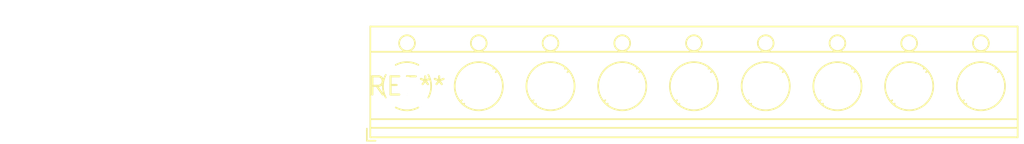
<source format=kicad_pcb>
(kicad_pcb (version 20240108) (generator pcbnew)
  (layers (0 "F.Cu" signal) (31 "B.Cu" signal) (34 "B.Paste" user) (35 "F.Paste" user) (36 "B.SilkS" user "B.Silkscreen") (37 "F.SilkS" user "F.Silkscreen") (38 "B.Mask" user) (39 "F.Mask" user) (44 "Edge.Cuts" user))
  (net 0 "")
  (footprint "TerminalBlock_RND_205-00019_1x09_P5.00mm_Horizontal" (layer "F.Cu") (at 0 0)
    (property "Reference" "REF**")
    (property "Value" "TerminalBlock_RND_205-00019_1x09_P5.00mm_Horizontal")
    (fp_line (start -2.8 2.96) (end -2.8 3.8) (layer "F.SilkS") (stroke (width 0.12)))
    (fp_line (start -2.8 3.8) (end -2.2 3.8) (layer "F.SilkS") (stroke (width 0.12)))
    (fp_line (start -2.56 -4.16) (end -2.56 3.561) (layer "F.SilkS") (stroke (width 0.12)))
    (fp_line (start -2.56 -4.16) (end 42.56 -4.16) (layer "F.SilkS") (stroke (width 0.12)))
    (fp_line (start -2.56 -2.4) (end 42.56 -2.4) (layer "F.SilkS") (stroke (width 0.12)))
    (fp_line (start -2.56 2.3) (end 42.56 2.3) (layer "F.SilkS") (stroke (width 0.12)))
    (fp_line (start -2.56 2.9) (end 42.56 2.9) (layer "F.SilkS") (stroke (width 0.12)))
    (fp_line (start -2.56 3.561) (end 42.56 3.561) (layer "F.SilkS") (stroke (width 0.12)))
    (fp_line (start 3.82 0.976) (end 3.726 1.069) (layer "F.SilkS") (stroke (width 0.12)))
    (fp_line (start 3.99 1.216) (end 3.931 1.274) (layer "F.SilkS") (stroke (width 0.12)))
    (fp_line (start 6.07 -1.275) (end 6.011 -1.216) (layer "F.SilkS") (stroke (width 0.12)))
    (fp_line (start 6.275 -1.069) (end 6.181 -0.976) (layer "F.SilkS") (stroke (width 0.12)))
    (fp_line (start 8.82 0.976) (end 8.726 1.069) (layer "F.SilkS") (stroke (width 0.12)))
    (fp_line (start 8.99 1.216) (end 8.931 1.274) (layer "F.SilkS") (stroke (width 0.12)))
    (fp_line (start 11.07 -1.275) (end 11.011 -1.216) (layer "F.SilkS") (stroke (width 0.12)))
    (fp_line (start 11.275 -1.069) (end 11.181 -0.976) (layer "F.SilkS") (stroke (width 0.12)))
    (fp_line (start 13.82 0.976) (end 13.726 1.069) (layer "F.SilkS") (stroke (width 0.12)))
    (fp_line (start 13.99 1.216) (end 13.931 1.274) (layer "F.SilkS") (stroke (width 0.12)))
    (fp_line (start 16.07 -1.275) (end 16.011 -1.216) (layer "F.SilkS") (stroke (width 0.12)))
    (fp_line (start 16.275 -1.069) (end 16.181 -0.976) (layer "F.SilkS") (stroke (width 0.12)))
    (fp_line (start 18.82 0.976) (end 18.726 1.069) (layer "F.SilkS") (stroke (width 0.12)))
    (fp_line (start 18.99 1.216) (end 18.931 1.274) (layer "F.SilkS") (stroke (width 0.12)))
    (fp_line (start 21.07 -1.275) (end 21.011 -1.216) (layer "F.SilkS") (stroke (width 0.12)))
    (fp_line (start 21.275 -1.069) (end 21.181 -0.976) (layer "F.SilkS") (stroke (width 0.12)))
    (fp_line (start 23.82 0.976) (end 23.726 1.069) (layer "F.SilkS") (stroke (width 0.12)))
    (fp_line (start 23.99 1.216) (end 23.931 1.274) (layer "F.SilkS") (stroke (width 0.12)))
    (fp_line (start 26.07 -1.275) (end 26.011 -1.216) (layer "F.SilkS") (stroke (width 0.12)))
    (fp_line (start 26.275 -1.069) (end 26.181 -0.976) (layer "F.SilkS") (stroke (width 0.12)))
    (fp_line (start 28.82 0.976) (end 28.726 1.069) (layer "F.SilkS") (stroke (width 0.12)))
    (fp_line (start 28.99 1.216) (end 28.931 1.274) (layer "F.SilkS") (stroke (width 0.12)))
    (fp_line (start 31.07 -1.275) (end 31.011 -1.216) (layer "F.SilkS") (stroke (width 0.12)))
    (fp_line (start 31.275 -1.069) (end 31.181 -0.976) (layer "F.SilkS") (stroke (width 0.12)))
    (fp_line (start 33.82 0.976) (end 33.726 1.069) (layer "F.SilkS") (stroke (width 0.12)))
    (fp_line (start 33.99 1.216) (end 33.931 1.274) (layer "F.SilkS") (stroke (width 0.12)))
    (fp_line (start 36.07 -1.275) (end 36.011 -1.216) (layer "F.SilkS") (stroke (width 0.12)))
    (fp_line (start 36.275 -1.069) (end 36.181 -0.976) (layer "F.SilkS") (stroke (width 0.12)))
    (fp_line (start 38.82 0.976) (end 38.726 1.069) (layer "F.SilkS") (stroke (width 0.12)))
    (fp_line (start 38.99 1.216) (end 38.931 1.274) (layer "F.SilkS") (stroke (width 0.12)))
    (fp_line (start 41.07 -1.275) (end 41.011 -1.216) (layer "F.SilkS") (stroke (width 0.12)))
    (fp_line (start 41.275 -1.069) (end 41.181 -0.976) (layer "F.SilkS") (stroke (width 0.12)))
    (fp_line (start 42.56 -4.16) (end 42.56 3.561) (layer "F.SilkS") (stroke (width 0.12)))
    (fp_arc (start -1.483953 0.789089) (mid -1.680708 5e-05) (end -1.484 -0.789) (layer "F.SilkS") (stroke (width 0.12)))
    (fp_arc (start -0.789089 -1.483953) (mid -5e-05 -1.680708) (end 0.789 -1.484) (layer "F.SilkS") (stroke (width 0.12)))
    (fp_arc (start 0.029383 1.68045) (mid -0.392304 1.634281) (end -0.789 1.484) (layer "F.SilkS") (stroke (width 0.12)))
    (fp_arc (start 0.788712 1.483352) (mid 0.406429 1.630097) (end 0 1.68) (layer "F.SilkS") (stroke (width 0.12)))
    (fp_arc (start 1.483953 -0.789089) (mid 1.680708 -5e-05) (end 1.484 0.789) (layer "F.SilkS") (stroke (width 0.12)))
    (fp_circle (center 0 -3) (end 0.55 -3) (layer "F.SilkS") (stroke (width 0.12)) (fill none))
    (fp_circle (center 5 -3) (end 5.55 -3) (layer "F.SilkS") (stroke (width 0.12)) (fill none))
    (fp_circle (center 5 0) (end 6.68 0) (layer "F.SilkS") (stroke (width 0.12)) (fill none))
    (fp_circle (center 10 -3) (end 10.55 -3) (layer "F.SilkS") (stroke (width 0.12)) (fill none))
    (fp_circle (center 10 0) (end 11.68 0) (layer "F.SilkS") (stroke (width 0.12)) (fill none))
    (fp_circle (center 15 -3) (end 15.55 -3) (layer "F.SilkS") (stroke (width 0.12)) (fill none))
    (fp_circle (center 15 0) (end 16.68 0) (layer "F.SilkS") (stroke (width 0.12)) (fill none))
    (fp_circle (center 20 -3) (end 20.55 -3) (layer "F.SilkS") (stroke (width 0.12)) (fill none))
    (fp_circle (center 20 0) (end 21.68 0) (layer "F.SilkS") (stroke (width 0.12)) (fill none))
    (fp_circle (center 25 -3) (end 25.55 -3) (layer "F.SilkS") (stroke (width 0.12)) (fill none))
    (fp_circle (center 25 0) (end 26.68 0) (layer "F.SilkS") (stroke (width 0.12)) (fill none))
    (fp_circle (center 30 -3) (end 30.55 -3) (layer "F.SilkS") (stroke (width 0.12)) (fill none))
    (fp_circle (center 30 0) (end 31.68 0) (layer "F.SilkS") (stroke (width 0.12)) (fill none))
    (fp_circle (center 35 -3) (end 35.55 -3) (layer "F.SilkS") (stroke (width 0.12)) (fill none))
    (fp_circle (center 35 0) (end 36.68 0) (layer "F.SilkS") (stroke (width 0.12)) (fill none))
    (fp_circle (center 40 -3) (end 40.55 -3) (layer "F.SilkS") (stroke (width 0.12)) (fill none))
    (fp_circle (center 40 0) (end 41.68 0) (layer "F.SilkS") (stroke (width 0.12)) (fill none))
    (pad "1" thru_hole rect (at 0 0) (size 2.5 2.5) (drill 1.3) (layers *.Cu *.Mask) (remove_unused_layers))
    (pad "2" thru_hole circle (at 5 0) (size 2.5 2.5) (drill 1.3) (layers *.Cu *.Mask) (remove_unused_layers))
    (pad "3" thru_hole circle (at 10 0) (size 2.5 2.5) (drill 1.3) (layers *.Cu *.Mask) (remove_unused_layers))
    (pad "4" thru_hole circle (at 15 0) (size 2.5 2.5) (drill 1.3) (layers *.Cu *.Mask) (remove_unused_layers))
    (pad "5" thru_hole circle (at 20 0) (size 2.5 2.5) (drill 1.3) (layers *.Cu *.Mask) (remove_unused_layers))
    (pad "6" thru_hole circle (at 25 0) (size 2.5 2.5) (drill 1.3) (layers *.Cu *.Mask) (remove_unused_layers))
    (pad "7" thru_hole circle (at 30 0) (size 2.5 2.5) (drill 1.3) (layers *.Cu *.Mask) (remove_unused_layers))
    (pad "8" thru_hole circle (at 35 0) (size 2.5 2.5) (drill 1.3) (layers *.Cu *.Mask) (remove_unused_layers))
    (pad "9" thru_hole circle (at 40 0) (size 2.5 2.5) (drill 1.3) (layers *.Cu *.Mask) (remove_unused_layers))
  )
)
</source>
